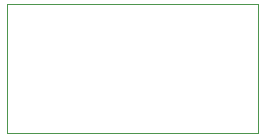
<source format=gbr>
%TF.GenerationSoftware,KiCad,Pcbnew,9.0.5*%
%TF.CreationDate,2025-11-24T11:44:41-05:00*%
%TF.ProjectId,bluetooth,626c7565-746f-46f7-9468-2e6b69636164,rev?*%
%TF.SameCoordinates,Original*%
%TF.FileFunction,Profile,NP*%
%FSLAX46Y46*%
G04 Gerber Fmt 4.6, Leading zero omitted, Abs format (unit mm)*
G04 Created by KiCad (PCBNEW 9.0.5) date 2025-11-24 11:44:41*
%MOMM*%
%LPD*%
G01*
G04 APERTURE LIST*
%TA.AperFunction,Profile*%
%ADD10C,0.050000*%
%TD*%
G04 APERTURE END LIST*
D10*
X112166400Y-78232000D02*
X133451600Y-78232000D01*
X133451600Y-89204800D01*
X112166400Y-89204800D01*
X112166400Y-78232000D01*
M02*

</source>
